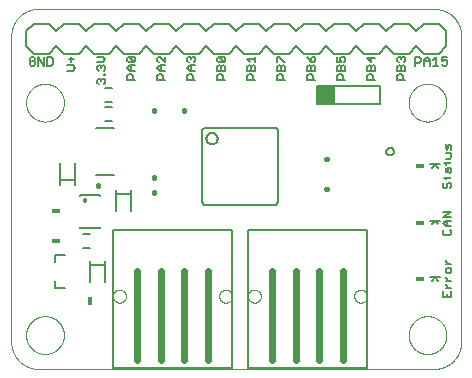
<source format=gto>
G75*
%MOIN*%
%OFA0B0*%
%FSLAX25Y25*%
%IPPOS*%
%LPD*%
%AMOC8*
5,1,8,0,0,1.08239X$1,22.5*
%
%ADD10C,0.00000*%
%ADD11C,0.00500*%
%ADD12C,0.01600*%
%ADD13C,0.00600*%
%ADD14C,0.00800*%
%ADD15R,0.02800X0.01600*%
%ADD16C,0.01200*%
%ADD17R,0.01600X0.02800*%
%ADD18C,0.02400*%
%ADD19C,0.00700*%
%ADD20R,0.06000X0.06000*%
D10*
X0014550Y0005550D02*
X0146550Y0005550D01*
X0146767Y0005553D01*
X0146985Y0005561D01*
X0147202Y0005574D01*
X0147419Y0005592D01*
X0147635Y0005616D01*
X0147850Y0005644D01*
X0148065Y0005678D01*
X0148279Y0005718D01*
X0148492Y0005762D01*
X0148704Y0005812D01*
X0148914Y0005866D01*
X0149124Y0005926D01*
X0149331Y0005990D01*
X0149537Y0006060D01*
X0149741Y0006135D01*
X0149944Y0006214D01*
X0150144Y0006299D01*
X0150343Y0006388D01*
X0150539Y0006482D01*
X0150733Y0006581D01*
X0150924Y0006684D01*
X0151113Y0006792D01*
X0151299Y0006905D01*
X0151482Y0007022D01*
X0151663Y0007143D01*
X0151840Y0007269D01*
X0152014Y0007399D01*
X0152186Y0007533D01*
X0152354Y0007671D01*
X0152518Y0007813D01*
X0152679Y0007960D01*
X0152837Y0008110D01*
X0152990Y0008263D01*
X0153140Y0008421D01*
X0153287Y0008582D01*
X0153429Y0008746D01*
X0153567Y0008914D01*
X0153701Y0009086D01*
X0153831Y0009260D01*
X0153957Y0009437D01*
X0154078Y0009618D01*
X0154195Y0009801D01*
X0154308Y0009987D01*
X0154416Y0010176D01*
X0154519Y0010367D01*
X0154618Y0010561D01*
X0154712Y0010757D01*
X0154801Y0010956D01*
X0154886Y0011156D01*
X0154965Y0011359D01*
X0155040Y0011563D01*
X0155110Y0011769D01*
X0155174Y0011976D01*
X0155234Y0012186D01*
X0155288Y0012396D01*
X0155338Y0012608D01*
X0155382Y0012821D01*
X0155422Y0013035D01*
X0155456Y0013250D01*
X0155484Y0013465D01*
X0155508Y0013681D01*
X0155526Y0013898D01*
X0155539Y0014115D01*
X0155547Y0014333D01*
X0155550Y0014550D01*
X0155550Y0116550D01*
X0155547Y0116767D01*
X0155539Y0116985D01*
X0155526Y0117202D01*
X0155508Y0117419D01*
X0155484Y0117635D01*
X0155456Y0117850D01*
X0155422Y0118065D01*
X0155382Y0118279D01*
X0155338Y0118492D01*
X0155288Y0118704D01*
X0155234Y0118914D01*
X0155174Y0119124D01*
X0155110Y0119331D01*
X0155040Y0119537D01*
X0154965Y0119741D01*
X0154886Y0119944D01*
X0154801Y0120144D01*
X0154712Y0120343D01*
X0154618Y0120539D01*
X0154519Y0120733D01*
X0154416Y0120924D01*
X0154308Y0121113D01*
X0154195Y0121299D01*
X0154078Y0121482D01*
X0153957Y0121663D01*
X0153831Y0121840D01*
X0153701Y0122014D01*
X0153567Y0122186D01*
X0153429Y0122354D01*
X0153287Y0122518D01*
X0153140Y0122679D01*
X0152990Y0122837D01*
X0152837Y0122990D01*
X0152679Y0123140D01*
X0152518Y0123287D01*
X0152354Y0123429D01*
X0152186Y0123567D01*
X0152014Y0123701D01*
X0151840Y0123831D01*
X0151663Y0123957D01*
X0151482Y0124078D01*
X0151299Y0124195D01*
X0151113Y0124308D01*
X0150924Y0124416D01*
X0150733Y0124519D01*
X0150539Y0124618D01*
X0150343Y0124712D01*
X0150144Y0124801D01*
X0149944Y0124886D01*
X0149741Y0124965D01*
X0149537Y0125040D01*
X0149331Y0125110D01*
X0149124Y0125174D01*
X0148914Y0125234D01*
X0148704Y0125288D01*
X0148492Y0125338D01*
X0148279Y0125382D01*
X0148065Y0125422D01*
X0147850Y0125456D01*
X0147635Y0125484D01*
X0147419Y0125508D01*
X0147202Y0125526D01*
X0146985Y0125539D01*
X0146767Y0125547D01*
X0146550Y0125550D01*
X0014550Y0125550D01*
X0014333Y0125547D01*
X0014115Y0125539D01*
X0013898Y0125526D01*
X0013681Y0125508D01*
X0013465Y0125484D01*
X0013250Y0125456D01*
X0013035Y0125422D01*
X0012821Y0125382D01*
X0012608Y0125338D01*
X0012396Y0125288D01*
X0012186Y0125234D01*
X0011976Y0125174D01*
X0011769Y0125110D01*
X0011563Y0125040D01*
X0011359Y0124965D01*
X0011156Y0124886D01*
X0010956Y0124801D01*
X0010757Y0124712D01*
X0010561Y0124618D01*
X0010367Y0124519D01*
X0010176Y0124416D01*
X0009987Y0124308D01*
X0009801Y0124195D01*
X0009618Y0124078D01*
X0009437Y0123957D01*
X0009260Y0123831D01*
X0009086Y0123701D01*
X0008914Y0123567D01*
X0008746Y0123429D01*
X0008582Y0123287D01*
X0008421Y0123140D01*
X0008263Y0122990D01*
X0008110Y0122837D01*
X0007960Y0122679D01*
X0007813Y0122518D01*
X0007671Y0122354D01*
X0007533Y0122186D01*
X0007399Y0122014D01*
X0007269Y0121840D01*
X0007143Y0121663D01*
X0007022Y0121482D01*
X0006905Y0121299D01*
X0006792Y0121113D01*
X0006684Y0120924D01*
X0006581Y0120733D01*
X0006482Y0120539D01*
X0006388Y0120343D01*
X0006299Y0120144D01*
X0006214Y0119944D01*
X0006135Y0119741D01*
X0006060Y0119537D01*
X0005990Y0119331D01*
X0005926Y0119124D01*
X0005866Y0118914D01*
X0005812Y0118704D01*
X0005762Y0118492D01*
X0005718Y0118279D01*
X0005678Y0118065D01*
X0005644Y0117850D01*
X0005616Y0117635D01*
X0005592Y0117419D01*
X0005574Y0117202D01*
X0005561Y0116985D01*
X0005553Y0116767D01*
X0005550Y0116550D01*
X0005550Y0014550D01*
X0005553Y0014333D01*
X0005561Y0014115D01*
X0005574Y0013898D01*
X0005592Y0013681D01*
X0005616Y0013465D01*
X0005644Y0013250D01*
X0005678Y0013035D01*
X0005718Y0012821D01*
X0005762Y0012608D01*
X0005812Y0012396D01*
X0005866Y0012186D01*
X0005926Y0011976D01*
X0005990Y0011769D01*
X0006060Y0011563D01*
X0006135Y0011359D01*
X0006214Y0011156D01*
X0006299Y0010956D01*
X0006388Y0010757D01*
X0006482Y0010561D01*
X0006581Y0010367D01*
X0006684Y0010176D01*
X0006792Y0009987D01*
X0006905Y0009801D01*
X0007022Y0009618D01*
X0007143Y0009437D01*
X0007269Y0009260D01*
X0007399Y0009086D01*
X0007533Y0008914D01*
X0007671Y0008746D01*
X0007813Y0008582D01*
X0007960Y0008421D01*
X0008110Y0008263D01*
X0008263Y0008110D01*
X0008421Y0007960D01*
X0008582Y0007813D01*
X0008746Y0007671D01*
X0008914Y0007533D01*
X0009086Y0007399D01*
X0009260Y0007269D01*
X0009437Y0007143D01*
X0009618Y0007022D01*
X0009801Y0006905D01*
X0009987Y0006792D01*
X0010176Y0006684D01*
X0010367Y0006581D01*
X0010561Y0006482D01*
X0010757Y0006388D01*
X0010956Y0006299D01*
X0011156Y0006214D01*
X0011359Y0006135D01*
X0011563Y0006060D01*
X0011769Y0005990D01*
X0011976Y0005926D01*
X0012186Y0005866D01*
X0012396Y0005812D01*
X0012608Y0005762D01*
X0012821Y0005718D01*
X0013035Y0005678D01*
X0013250Y0005644D01*
X0013465Y0005616D01*
X0013681Y0005592D01*
X0013898Y0005574D01*
X0014115Y0005561D01*
X0014333Y0005553D01*
X0014550Y0005550D01*
X0010501Y0016800D02*
X0010503Y0016958D01*
X0010509Y0017116D01*
X0010519Y0017274D01*
X0010533Y0017432D01*
X0010551Y0017589D01*
X0010572Y0017746D01*
X0010598Y0017902D01*
X0010628Y0018058D01*
X0010661Y0018213D01*
X0010699Y0018366D01*
X0010740Y0018519D01*
X0010785Y0018671D01*
X0010834Y0018822D01*
X0010887Y0018971D01*
X0010943Y0019119D01*
X0011003Y0019265D01*
X0011067Y0019410D01*
X0011135Y0019553D01*
X0011206Y0019695D01*
X0011280Y0019835D01*
X0011358Y0019972D01*
X0011440Y0020108D01*
X0011524Y0020242D01*
X0011613Y0020373D01*
X0011704Y0020502D01*
X0011799Y0020629D01*
X0011896Y0020754D01*
X0011997Y0020876D01*
X0012101Y0020995D01*
X0012208Y0021112D01*
X0012318Y0021226D01*
X0012431Y0021337D01*
X0012546Y0021446D01*
X0012664Y0021551D01*
X0012785Y0021653D01*
X0012908Y0021753D01*
X0013034Y0021849D01*
X0013162Y0021942D01*
X0013292Y0022032D01*
X0013425Y0022118D01*
X0013560Y0022202D01*
X0013696Y0022281D01*
X0013835Y0022358D01*
X0013976Y0022430D01*
X0014118Y0022500D01*
X0014262Y0022565D01*
X0014408Y0022627D01*
X0014555Y0022685D01*
X0014704Y0022740D01*
X0014854Y0022791D01*
X0015005Y0022838D01*
X0015157Y0022881D01*
X0015310Y0022920D01*
X0015465Y0022956D01*
X0015620Y0022987D01*
X0015776Y0023015D01*
X0015932Y0023039D01*
X0016089Y0023059D01*
X0016247Y0023075D01*
X0016404Y0023087D01*
X0016563Y0023095D01*
X0016721Y0023099D01*
X0016879Y0023099D01*
X0017037Y0023095D01*
X0017196Y0023087D01*
X0017353Y0023075D01*
X0017511Y0023059D01*
X0017668Y0023039D01*
X0017824Y0023015D01*
X0017980Y0022987D01*
X0018135Y0022956D01*
X0018290Y0022920D01*
X0018443Y0022881D01*
X0018595Y0022838D01*
X0018746Y0022791D01*
X0018896Y0022740D01*
X0019045Y0022685D01*
X0019192Y0022627D01*
X0019338Y0022565D01*
X0019482Y0022500D01*
X0019624Y0022430D01*
X0019765Y0022358D01*
X0019904Y0022281D01*
X0020040Y0022202D01*
X0020175Y0022118D01*
X0020308Y0022032D01*
X0020438Y0021942D01*
X0020566Y0021849D01*
X0020692Y0021753D01*
X0020815Y0021653D01*
X0020936Y0021551D01*
X0021054Y0021446D01*
X0021169Y0021337D01*
X0021282Y0021226D01*
X0021392Y0021112D01*
X0021499Y0020995D01*
X0021603Y0020876D01*
X0021704Y0020754D01*
X0021801Y0020629D01*
X0021896Y0020502D01*
X0021987Y0020373D01*
X0022076Y0020242D01*
X0022160Y0020108D01*
X0022242Y0019972D01*
X0022320Y0019835D01*
X0022394Y0019695D01*
X0022465Y0019553D01*
X0022533Y0019410D01*
X0022597Y0019265D01*
X0022657Y0019119D01*
X0022713Y0018971D01*
X0022766Y0018822D01*
X0022815Y0018671D01*
X0022860Y0018519D01*
X0022901Y0018366D01*
X0022939Y0018213D01*
X0022972Y0018058D01*
X0023002Y0017902D01*
X0023028Y0017746D01*
X0023049Y0017589D01*
X0023067Y0017432D01*
X0023081Y0017274D01*
X0023091Y0017116D01*
X0023097Y0016958D01*
X0023099Y0016800D01*
X0023097Y0016642D01*
X0023091Y0016484D01*
X0023081Y0016326D01*
X0023067Y0016168D01*
X0023049Y0016011D01*
X0023028Y0015854D01*
X0023002Y0015698D01*
X0022972Y0015542D01*
X0022939Y0015387D01*
X0022901Y0015234D01*
X0022860Y0015081D01*
X0022815Y0014929D01*
X0022766Y0014778D01*
X0022713Y0014629D01*
X0022657Y0014481D01*
X0022597Y0014335D01*
X0022533Y0014190D01*
X0022465Y0014047D01*
X0022394Y0013905D01*
X0022320Y0013765D01*
X0022242Y0013628D01*
X0022160Y0013492D01*
X0022076Y0013358D01*
X0021987Y0013227D01*
X0021896Y0013098D01*
X0021801Y0012971D01*
X0021704Y0012846D01*
X0021603Y0012724D01*
X0021499Y0012605D01*
X0021392Y0012488D01*
X0021282Y0012374D01*
X0021169Y0012263D01*
X0021054Y0012154D01*
X0020936Y0012049D01*
X0020815Y0011947D01*
X0020692Y0011847D01*
X0020566Y0011751D01*
X0020438Y0011658D01*
X0020308Y0011568D01*
X0020175Y0011482D01*
X0020040Y0011398D01*
X0019904Y0011319D01*
X0019765Y0011242D01*
X0019624Y0011170D01*
X0019482Y0011100D01*
X0019338Y0011035D01*
X0019192Y0010973D01*
X0019045Y0010915D01*
X0018896Y0010860D01*
X0018746Y0010809D01*
X0018595Y0010762D01*
X0018443Y0010719D01*
X0018290Y0010680D01*
X0018135Y0010644D01*
X0017980Y0010613D01*
X0017824Y0010585D01*
X0017668Y0010561D01*
X0017511Y0010541D01*
X0017353Y0010525D01*
X0017196Y0010513D01*
X0017037Y0010505D01*
X0016879Y0010501D01*
X0016721Y0010501D01*
X0016563Y0010505D01*
X0016404Y0010513D01*
X0016247Y0010525D01*
X0016089Y0010541D01*
X0015932Y0010561D01*
X0015776Y0010585D01*
X0015620Y0010613D01*
X0015465Y0010644D01*
X0015310Y0010680D01*
X0015157Y0010719D01*
X0015005Y0010762D01*
X0014854Y0010809D01*
X0014704Y0010860D01*
X0014555Y0010915D01*
X0014408Y0010973D01*
X0014262Y0011035D01*
X0014118Y0011100D01*
X0013976Y0011170D01*
X0013835Y0011242D01*
X0013696Y0011319D01*
X0013560Y0011398D01*
X0013425Y0011482D01*
X0013292Y0011568D01*
X0013162Y0011658D01*
X0013034Y0011751D01*
X0012908Y0011847D01*
X0012785Y0011947D01*
X0012664Y0012049D01*
X0012546Y0012154D01*
X0012431Y0012263D01*
X0012318Y0012374D01*
X0012208Y0012488D01*
X0012101Y0012605D01*
X0011997Y0012724D01*
X0011896Y0012846D01*
X0011799Y0012971D01*
X0011704Y0013098D01*
X0011613Y0013227D01*
X0011524Y0013358D01*
X0011440Y0013492D01*
X0011358Y0013628D01*
X0011280Y0013765D01*
X0011206Y0013905D01*
X0011135Y0014047D01*
X0011067Y0014190D01*
X0011003Y0014335D01*
X0010943Y0014481D01*
X0010887Y0014629D01*
X0010834Y0014778D01*
X0010785Y0014929D01*
X0010740Y0015081D01*
X0010699Y0015234D01*
X0010661Y0015387D01*
X0010628Y0015542D01*
X0010598Y0015698D01*
X0010572Y0015854D01*
X0010551Y0016011D01*
X0010533Y0016168D01*
X0010519Y0016326D01*
X0010509Y0016484D01*
X0010503Y0016642D01*
X0010501Y0016800D01*
X0039418Y0029782D02*
X0039420Y0029875D01*
X0039426Y0029967D01*
X0039436Y0030059D01*
X0039450Y0030150D01*
X0039467Y0030241D01*
X0039489Y0030331D01*
X0039514Y0030420D01*
X0039543Y0030508D01*
X0039576Y0030594D01*
X0039613Y0030679D01*
X0039653Y0030763D01*
X0039697Y0030844D01*
X0039744Y0030924D01*
X0039794Y0031002D01*
X0039848Y0031077D01*
X0039905Y0031150D01*
X0039965Y0031220D01*
X0040028Y0031288D01*
X0040094Y0031353D01*
X0040162Y0031415D01*
X0040233Y0031475D01*
X0040307Y0031531D01*
X0040383Y0031584D01*
X0040461Y0031633D01*
X0040541Y0031680D01*
X0040623Y0031722D01*
X0040707Y0031762D01*
X0040792Y0031797D01*
X0040879Y0031829D01*
X0040967Y0031858D01*
X0041056Y0031882D01*
X0041146Y0031903D01*
X0041237Y0031919D01*
X0041329Y0031932D01*
X0041421Y0031941D01*
X0041514Y0031946D01*
X0041606Y0031947D01*
X0041699Y0031944D01*
X0041791Y0031937D01*
X0041883Y0031926D01*
X0041974Y0031911D01*
X0042065Y0031893D01*
X0042155Y0031870D01*
X0042243Y0031844D01*
X0042331Y0031814D01*
X0042417Y0031780D01*
X0042501Y0031743D01*
X0042584Y0031701D01*
X0042665Y0031657D01*
X0042745Y0031609D01*
X0042822Y0031558D01*
X0042896Y0031503D01*
X0042969Y0031445D01*
X0043039Y0031385D01*
X0043106Y0031321D01*
X0043170Y0031255D01*
X0043232Y0031185D01*
X0043290Y0031114D01*
X0043345Y0031040D01*
X0043397Y0030963D01*
X0043446Y0030884D01*
X0043492Y0030804D01*
X0043534Y0030721D01*
X0043572Y0030637D01*
X0043607Y0030551D01*
X0043638Y0030464D01*
X0043665Y0030376D01*
X0043688Y0030286D01*
X0043708Y0030196D01*
X0043724Y0030105D01*
X0043736Y0030013D01*
X0043744Y0029921D01*
X0043748Y0029828D01*
X0043748Y0029736D01*
X0043744Y0029643D01*
X0043736Y0029551D01*
X0043724Y0029459D01*
X0043708Y0029368D01*
X0043688Y0029278D01*
X0043665Y0029188D01*
X0043638Y0029100D01*
X0043607Y0029013D01*
X0043572Y0028927D01*
X0043534Y0028843D01*
X0043492Y0028760D01*
X0043446Y0028680D01*
X0043397Y0028601D01*
X0043345Y0028524D01*
X0043290Y0028450D01*
X0043232Y0028379D01*
X0043170Y0028309D01*
X0043106Y0028243D01*
X0043039Y0028179D01*
X0042969Y0028119D01*
X0042896Y0028061D01*
X0042822Y0028006D01*
X0042745Y0027955D01*
X0042666Y0027907D01*
X0042584Y0027863D01*
X0042501Y0027821D01*
X0042417Y0027784D01*
X0042331Y0027750D01*
X0042243Y0027720D01*
X0042155Y0027694D01*
X0042065Y0027671D01*
X0041974Y0027653D01*
X0041883Y0027638D01*
X0041791Y0027627D01*
X0041699Y0027620D01*
X0041606Y0027617D01*
X0041514Y0027618D01*
X0041421Y0027623D01*
X0041329Y0027632D01*
X0041237Y0027645D01*
X0041146Y0027661D01*
X0041056Y0027682D01*
X0040967Y0027706D01*
X0040879Y0027735D01*
X0040792Y0027767D01*
X0040707Y0027802D01*
X0040623Y0027842D01*
X0040541Y0027884D01*
X0040461Y0027931D01*
X0040383Y0027980D01*
X0040307Y0028033D01*
X0040233Y0028089D01*
X0040162Y0028149D01*
X0040094Y0028211D01*
X0040028Y0028276D01*
X0039965Y0028344D01*
X0039905Y0028414D01*
X0039848Y0028487D01*
X0039794Y0028562D01*
X0039744Y0028640D01*
X0039697Y0028720D01*
X0039653Y0028801D01*
X0039613Y0028885D01*
X0039576Y0028970D01*
X0039543Y0029056D01*
X0039514Y0029144D01*
X0039489Y0029233D01*
X0039467Y0029323D01*
X0039450Y0029414D01*
X0039436Y0029505D01*
X0039426Y0029597D01*
X0039420Y0029689D01*
X0039418Y0029782D01*
X0074852Y0029782D02*
X0074854Y0029875D01*
X0074860Y0029967D01*
X0074870Y0030059D01*
X0074884Y0030150D01*
X0074901Y0030241D01*
X0074923Y0030331D01*
X0074948Y0030420D01*
X0074977Y0030508D01*
X0075010Y0030594D01*
X0075047Y0030679D01*
X0075087Y0030763D01*
X0075131Y0030844D01*
X0075178Y0030924D01*
X0075228Y0031002D01*
X0075282Y0031077D01*
X0075339Y0031150D01*
X0075399Y0031220D01*
X0075462Y0031288D01*
X0075528Y0031353D01*
X0075596Y0031415D01*
X0075667Y0031475D01*
X0075741Y0031531D01*
X0075817Y0031584D01*
X0075895Y0031633D01*
X0075975Y0031680D01*
X0076057Y0031722D01*
X0076141Y0031762D01*
X0076226Y0031797D01*
X0076313Y0031829D01*
X0076401Y0031858D01*
X0076490Y0031882D01*
X0076580Y0031903D01*
X0076671Y0031919D01*
X0076763Y0031932D01*
X0076855Y0031941D01*
X0076948Y0031946D01*
X0077040Y0031947D01*
X0077133Y0031944D01*
X0077225Y0031937D01*
X0077317Y0031926D01*
X0077408Y0031911D01*
X0077499Y0031893D01*
X0077589Y0031870D01*
X0077677Y0031844D01*
X0077765Y0031814D01*
X0077851Y0031780D01*
X0077935Y0031743D01*
X0078018Y0031701D01*
X0078099Y0031657D01*
X0078179Y0031609D01*
X0078256Y0031558D01*
X0078330Y0031503D01*
X0078403Y0031445D01*
X0078473Y0031385D01*
X0078540Y0031321D01*
X0078604Y0031255D01*
X0078666Y0031185D01*
X0078724Y0031114D01*
X0078779Y0031040D01*
X0078831Y0030963D01*
X0078880Y0030884D01*
X0078926Y0030804D01*
X0078968Y0030721D01*
X0079006Y0030637D01*
X0079041Y0030551D01*
X0079072Y0030464D01*
X0079099Y0030376D01*
X0079122Y0030286D01*
X0079142Y0030196D01*
X0079158Y0030105D01*
X0079170Y0030013D01*
X0079178Y0029921D01*
X0079182Y0029828D01*
X0079182Y0029736D01*
X0079178Y0029643D01*
X0079170Y0029551D01*
X0079158Y0029459D01*
X0079142Y0029368D01*
X0079122Y0029278D01*
X0079099Y0029188D01*
X0079072Y0029100D01*
X0079041Y0029013D01*
X0079006Y0028927D01*
X0078968Y0028843D01*
X0078926Y0028760D01*
X0078880Y0028680D01*
X0078831Y0028601D01*
X0078779Y0028524D01*
X0078724Y0028450D01*
X0078666Y0028379D01*
X0078604Y0028309D01*
X0078540Y0028243D01*
X0078473Y0028179D01*
X0078403Y0028119D01*
X0078330Y0028061D01*
X0078256Y0028006D01*
X0078179Y0027955D01*
X0078100Y0027907D01*
X0078018Y0027863D01*
X0077935Y0027821D01*
X0077851Y0027784D01*
X0077765Y0027750D01*
X0077677Y0027720D01*
X0077589Y0027694D01*
X0077499Y0027671D01*
X0077408Y0027653D01*
X0077317Y0027638D01*
X0077225Y0027627D01*
X0077133Y0027620D01*
X0077040Y0027617D01*
X0076948Y0027618D01*
X0076855Y0027623D01*
X0076763Y0027632D01*
X0076671Y0027645D01*
X0076580Y0027661D01*
X0076490Y0027682D01*
X0076401Y0027706D01*
X0076313Y0027735D01*
X0076226Y0027767D01*
X0076141Y0027802D01*
X0076057Y0027842D01*
X0075975Y0027884D01*
X0075895Y0027931D01*
X0075817Y0027980D01*
X0075741Y0028033D01*
X0075667Y0028089D01*
X0075596Y0028149D01*
X0075528Y0028211D01*
X0075462Y0028276D01*
X0075399Y0028344D01*
X0075339Y0028414D01*
X0075282Y0028487D01*
X0075228Y0028562D01*
X0075178Y0028640D01*
X0075131Y0028720D01*
X0075087Y0028801D01*
X0075047Y0028885D01*
X0075010Y0028970D01*
X0074977Y0029056D01*
X0074948Y0029144D01*
X0074923Y0029233D01*
X0074901Y0029323D01*
X0074884Y0029414D01*
X0074870Y0029505D01*
X0074860Y0029597D01*
X0074854Y0029689D01*
X0074852Y0029782D01*
X0084418Y0029782D02*
X0084420Y0029875D01*
X0084426Y0029967D01*
X0084436Y0030059D01*
X0084450Y0030150D01*
X0084467Y0030241D01*
X0084489Y0030331D01*
X0084514Y0030420D01*
X0084543Y0030508D01*
X0084576Y0030594D01*
X0084613Y0030679D01*
X0084653Y0030763D01*
X0084697Y0030844D01*
X0084744Y0030924D01*
X0084794Y0031002D01*
X0084848Y0031077D01*
X0084905Y0031150D01*
X0084965Y0031220D01*
X0085028Y0031288D01*
X0085094Y0031353D01*
X0085162Y0031415D01*
X0085233Y0031475D01*
X0085307Y0031531D01*
X0085383Y0031584D01*
X0085461Y0031633D01*
X0085541Y0031680D01*
X0085623Y0031722D01*
X0085707Y0031762D01*
X0085792Y0031797D01*
X0085879Y0031829D01*
X0085967Y0031858D01*
X0086056Y0031882D01*
X0086146Y0031903D01*
X0086237Y0031919D01*
X0086329Y0031932D01*
X0086421Y0031941D01*
X0086514Y0031946D01*
X0086606Y0031947D01*
X0086699Y0031944D01*
X0086791Y0031937D01*
X0086883Y0031926D01*
X0086974Y0031911D01*
X0087065Y0031893D01*
X0087155Y0031870D01*
X0087243Y0031844D01*
X0087331Y0031814D01*
X0087417Y0031780D01*
X0087501Y0031743D01*
X0087584Y0031701D01*
X0087665Y0031657D01*
X0087745Y0031609D01*
X0087822Y0031558D01*
X0087896Y0031503D01*
X0087969Y0031445D01*
X0088039Y0031385D01*
X0088106Y0031321D01*
X0088170Y0031255D01*
X0088232Y0031185D01*
X0088290Y0031114D01*
X0088345Y0031040D01*
X0088397Y0030963D01*
X0088446Y0030884D01*
X0088492Y0030804D01*
X0088534Y0030721D01*
X0088572Y0030637D01*
X0088607Y0030551D01*
X0088638Y0030464D01*
X0088665Y0030376D01*
X0088688Y0030286D01*
X0088708Y0030196D01*
X0088724Y0030105D01*
X0088736Y0030013D01*
X0088744Y0029921D01*
X0088748Y0029828D01*
X0088748Y0029736D01*
X0088744Y0029643D01*
X0088736Y0029551D01*
X0088724Y0029459D01*
X0088708Y0029368D01*
X0088688Y0029278D01*
X0088665Y0029188D01*
X0088638Y0029100D01*
X0088607Y0029013D01*
X0088572Y0028927D01*
X0088534Y0028843D01*
X0088492Y0028760D01*
X0088446Y0028680D01*
X0088397Y0028601D01*
X0088345Y0028524D01*
X0088290Y0028450D01*
X0088232Y0028379D01*
X0088170Y0028309D01*
X0088106Y0028243D01*
X0088039Y0028179D01*
X0087969Y0028119D01*
X0087896Y0028061D01*
X0087822Y0028006D01*
X0087745Y0027955D01*
X0087666Y0027907D01*
X0087584Y0027863D01*
X0087501Y0027821D01*
X0087417Y0027784D01*
X0087331Y0027750D01*
X0087243Y0027720D01*
X0087155Y0027694D01*
X0087065Y0027671D01*
X0086974Y0027653D01*
X0086883Y0027638D01*
X0086791Y0027627D01*
X0086699Y0027620D01*
X0086606Y0027617D01*
X0086514Y0027618D01*
X0086421Y0027623D01*
X0086329Y0027632D01*
X0086237Y0027645D01*
X0086146Y0027661D01*
X0086056Y0027682D01*
X0085967Y0027706D01*
X0085879Y0027735D01*
X0085792Y0027767D01*
X0085707Y0027802D01*
X0085623Y0027842D01*
X0085541Y0027884D01*
X0085461Y0027931D01*
X0085383Y0027980D01*
X0085307Y0028033D01*
X0085233Y0028089D01*
X0085162Y0028149D01*
X0085094Y0028211D01*
X0085028Y0028276D01*
X0084965Y0028344D01*
X0084905Y0028414D01*
X0084848Y0028487D01*
X0084794Y0028562D01*
X0084744Y0028640D01*
X0084697Y0028720D01*
X0084653Y0028801D01*
X0084613Y0028885D01*
X0084576Y0028970D01*
X0084543Y0029056D01*
X0084514Y0029144D01*
X0084489Y0029233D01*
X0084467Y0029323D01*
X0084450Y0029414D01*
X0084436Y0029505D01*
X0084426Y0029597D01*
X0084420Y0029689D01*
X0084418Y0029782D01*
X0119852Y0029782D02*
X0119854Y0029875D01*
X0119860Y0029967D01*
X0119870Y0030059D01*
X0119884Y0030150D01*
X0119901Y0030241D01*
X0119923Y0030331D01*
X0119948Y0030420D01*
X0119977Y0030508D01*
X0120010Y0030594D01*
X0120047Y0030679D01*
X0120087Y0030763D01*
X0120131Y0030844D01*
X0120178Y0030924D01*
X0120228Y0031002D01*
X0120282Y0031077D01*
X0120339Y0031150D01*
X0120399Y0031220D01*
X0120462Y0031288D01*
X0120528Y0031353D01*
X0120596Y0031415D01*
X0120667Y0031475D01*
X0120741Y0031531D01*
X0120817Y0031584D01*
X0120895Y0031633D01*
X0120975Y0031680D01*
X0121057Y0031722D01*
X0121141Y0031762D01*
X0121226Y0031797D01*
X0121313Y0031829D01*
X0121401Y0031858D01*
X0121490Y0031882D01*
X0121580Y0031903D01*
X0121671Y0031919D01*
X0121763Y0031932D01*
X0121855Y0031941D01*
X0121948Y0031946D01*
X0122040Y0031947D01*
X0122133Y0031944D01*
X0122225Y0031937D01*
X0122317Y0031926D01*
X0122408Y0031911D01*
X0122499Y0031893D01*
X0122589Y0031870D01*
X0122677Y0031844D01*
X0122765Y0031814D01*
X0122851Y0031780D01*
X0122935Y0031743D01*
X0123018Y0031701D01*
X0123099Y0031657D01*
X0123179Y0031609D01*
X0123256Y0031558D01*
X0123330Y0031503D01*
X0123403Y0031445D01*
X0123473Y0031385D01*
X0123540Y0031321D01*
X0123604Y0031255D01*
X0123666Y0031185D01*
X0123724Y0031114D01*
X0123779Y0031040D01*
X0123831Y0030963D01*
X0123880Y0030884D01*
X0123926Y0030804D01*
X0123968Y0030721D01*
X0124006Y0030637D01*
X0124041Y0030551D01*
X0124072Y0030464D01*
X0124099Y0030376D01*
X0124122Y0030286D01*
X0124142Y0030196D01*
X0124158Y0030105D01*
X0124170Y0030013D01*
X0124178Y0029921D01*
X0124182Y0029828D01*
X0124182Y0029736D01*
X0124178Y0029643D01*
X0124170Y0029551D01*
X0124158Y0029459D01*
X0124142Y0029368D01*
X0124122Y0029278D01*
X0124099Y0029188D01*
X0124072Y0029100D01*
X0124041Y0029013D01*
X0124006Y0028927D01*
X0123968Y0028843D01*
X0123926Y0028760D01*
X0123880Y0028680D01*
X0123831Y0028601D01*
X0123779Y0028524D01*
X0123724Y0028450D01*
X0123666Y0028379D01*
X0123604Y0028309D01*
X0123540Y0028243D01*
X0123473Y0028179D01*
X0123403Y0028119D01*
X0123330Y0028061D01*
X0123256Y0028006D01*
X0123179Y0027955D01*
X0123100Y0027907D01*
X0123018Y0027863D01*
X0122935Y0027821D01*
X0122851Y0027784D01*
X0122765Y0027750D01*
X0122677Y0027720D01*
X0122589Y0027694D01*
X0122499Y0027671D01*
X0122408Y0027653D01*
X0122317Y0027638D01*
X0122225Y0027627D01*
X0122133Y0027620D01*
X0122040Y0027617D01*
X0121948Y0027618D01*
X0121855Y0027623D01*
X0121763Y0027632D01*
X0121671Y0027645D01*
X0121580Y0027661D01*
X0121490Y0027682D01*
X0121401Y0027706D01*
X0121313Y0027735D01*
X0121226Y0027767D01*
X0121141Y0027802D01*
X0121057Y0027842D01*
X0120975Y0027884D01*
X0120895Y0027931D01*
X0120817Y0027980D01*
X0120741Y0028033D01*
X0120667Y0028089D01*
X0120596Y0028149D01*
X0120528Y0028211D01*
X0120462Y0028276D01*
X0120399Y0028344D01*
X0120339Y0028414D01*
X0120282Y0028487D01*
X0120228Y0028562D01*
X0120178Y0028640D01*
X0120131Y0028720D01*
X0120087Y0028801D01*
X0120047Y0028885D01*
X0120010Y0028970D01*
X0119977Y0029056D01*
X0119948Y0029144D01*
X0119923Y0029233D01*
X0119901Y0029323D01*
X0119884Y0029414D01*
X0119870Y0029505D01*
X0119860Y0029597D01*
X0119854Y0029689D01*
X0119852Y0029782D01*
X0138001Y0016800D02*
X0138003Y0016958D01*
X0138009Y0017116D01*
X0138019Y0017274D01*
X0138033Y0017432D01*
X0138051Y0017589D01*
X0138072Y0017746D01*
X0138098Y0017902D01*
X0138128Y0018058D01*
X0138161Y0018213D01*
X0138199Y0018366D01*
X0138240Y0018519D01*
X0138285Y0018671D01*
X0138334Y0018822D01*
X0138387Y0018971D01*
X0138443Y0019119D01*
X0138503Y0019265D01*
X0138567Y0019410D01*
X0138635Y0019553D01*
X0138706Y0019695D01*
X0138780Y0019835D01*
X0138858Y0019972D01*
X0138940Y0020108D01*
X0139024Y0020242D01*
X0139113Y0020373D01*
X0139204Y0020502D01*
X0139299Y0020629D01*
X0139396Y0020754D01*
X0139497Y0020876D01*
X0139601Y0020995D01*
X0139708Y0021112D01*
X0139818Y0021226D01*
X0139931Y0021337D01*
X0140046Y0021446D01*
X0140164Y0021551D01*
X0140285Y0021653D01*
X0140408Y0021753D01*
X0140534Y0021849D01*
X0140662Y0021942D01*
X0140792Y0022032D01*
X0140925Y0022118D01*
X0141060Y0022202D01*
X0141196Y0022281D01*
X0141335Y0022358D01*
X0141476Y0022430D01*
X0141618Y0022500D01*
X0141762Y0022565D01*
X0141908Y0022627D01*
X0142055Y0022685D01*
X0142204Y0022740D01*
X0142354Y0022791D01*
X0142505Y0022838D01*
X0142657Y0022881D01*
X0142810Y0022920D01*
X0142965Y0022956D01*
X0143120Y0022987D01*
X0143276Y0023015D01*
X0143432Y0023039D01*
X0143589Y0023059D01*
X0143747Y0023075D01*
X0143904Y0023087D01*
X0144063Y0023095D01*
X0144221Y0023099D01*
X0144379Y0023099D01*
X0144537Y0023095D01*
X0144696Y0023087D01*
X0144853Y0023075D01*
X0145011Y0023059D01*
X0145168Y0023039D01*
X0145324Y0023015D01*
X0145480Y0022987D01*
X0145635Y0022956D01*
X0145790Y0022920D01*
X0145943Y0022881D01*
X0146095Y0022838D01*
X0146246Y0022791D01*
X0146396Y0022740D01*
X0146545Y0022685D01*
X0146692Y0022627D01*
X0146838Y0022565D01*
X0146982Y0022500D01*
X0147124Y0022430D01*
X0147265Y0022358D01*
X0147404Y0022281D01*
X0147540Y0022202D01*
X0147675Y0022118D01*
X0147808Y0022032D01*
X0147938Y0021942D01*
X0148066Y0021849D01*
X0148192Y0021753D01*
X0148315Y0021653D01*
X0148436Y0021551D01*
X0148554Y0021446D01*
X0148669Y0021337D01*
X0148782Y0021226D01*
X0148892Y0021112D01*
X0148999Y0020995D01*
X0149103Y0020876D01*
X0149204Y0020754D01*
X0149301Y0020629D01*
X0149396Y0020502D01*
X0149487Y0020373D01*
X0149576Y0020242D01*
X0149660Y0020108D01*
X0149742Y0019972D01*
X0149820Y0019835D01*
X0149894Y0019695D01*
X0149965Y0019553D01*
X0150033Y0019410D01*
X0150097Y0019265D01*
X0150157Y0019119D01*
X0150213Y0018971D01*
X0150266Y0018822D01*
X0150315Y0018671D01*
X0150360Y0018519D01*
X0150401Y0018366D01*
X0150439Y0018213D01*
X0150472Y0018058D01*
X0150502Y0017902D01*
X0150528Y0017746D01*
X0150549Y0017589D01*
X0150567Y0017432D01*
X0150581Y0017274D01*
X0150591Y0017116D01*
X0150597Y0016958D01*
X0150599Y0016800D01*
X0150597Y0016642D01*
X0150591Y0016484D01*
X0150581Y0016326D01*
X0150567Y0016168D01*
X0150549Y0016011D01*
X0150528Y0015854D01*
X0150502Y0015698D01*
X0150472Y0015542D01*
X0150439Y0015387D01*
X0150401Y0015234D01*
X0150360Y0015081D01*
X0150315Y0014929D01*
X0150266Y0014778D01*
X0150213Y0014629D01*
X0150157Y0014481D01*
X0150097Y0014335D01*
X0150033Y0014190D01*
X0149965Y0014047D01*
X0149894Y0013905D01*
X0149820Y0013765D01*
X0149742Y0013628D01*
X0149660Y0013492D01*
X0149576Y0013358D01*
X0149487Y0013227D01*
X0149396Y0013098D01*
X0149301Y0012971D01*
X0149204Y0012846D01*
X0149103Y0012724D01*
X0148999Y0012605D01*
X0148892Y0012488D01*
X0148782Y0012374D01*
X0148669Y0012263D01*
X0148554Y0012154D01*
X0148436Y0012049D01*
X0148315Y0011947D01*
X0148192Y0011847D01*
X0148066Y0011751D01*
X0147938Y0011658D01*
X0147808Y0011568D01*
X0147675Y0011482D01*
X0147540Y0011398D01*
X0147404Y0011319D01*
X0147265Y0011242D01*
X0147124Y0011170D01*
X0146982Y0011100D01*
X0146838Y0011035D01*
X0146692Y0010973D01*
X0146545Y0010915D01*
X0146396Y0010860D01*
X0146246Y0010809D01*
X0146095Y0010762D01*
X0145943Y0010719D01*
X0145790Y0010680D01*
X0145635Y0010644D01*
X0145480Y0010613D01*
X0145324Y0010585D01*
X0145168Y0010561D01*
X0145011Y0010541D01*
X0144853Y0010525D01*
X0144696Y0010513D01*
X0144537Y0010505D01*
X0144379Y0010501D01*
X0144221Y0010501D01*
X0144063Y0010505D01*
X0143904Y0010513D01*
X0143747Y0010525D01*
X0143589Y0010541D01*
X0143432Y0010561D01*
X0143276Y0010585D01*
X0143120Y0010613D01*
X0142965Y0010644D01*
X0142810Y0010680D01*
X0142657Y0010719D01*
X0142505Y0010762D01*
X0142354Y0010809D01*
X0142204Y0010860D01*
X0142055Y0010915D01*
X0141908Y0010973D01*
X0141762Y0011035D01*
X0141618Y0011100D01*
X0141476Y0011170D01*
X0141335Y0011242D01*
X0141196Y0011319D01*
X0141060Y0011398D01*
X0140925Y0011482D01*
X0140792Y0011568D01*
X0140662Y0011658D01*
X0140534Y0011751D01*
X0140408Y0011847D01*
X0140285Y0011947D01*
X0140164Y0012049D01*
X0140046Y0012154D01*
X0139931Y0012263D01*
X0139818Y0012374D01*
X0139708Y0012488D01*
X0139601Y0012605D01*
X0139497Y0012724D01*
X0139396Y0012846D01*
X0139299Y0012971D01*
X0139204Y0013098D01*
X0139113Y0013227D01*
X0139024Y0013358D01*
X0138940Y0013492D01*
X0138858Y0013628D01*
X0138780Y0013765D01*
X0138706Y0013905D01*
X0138635Y0014047D01*
X0138567Y0014190D01*
X0138503Y0014335D01*
X0138443Y0014481D01*
X0138387Y0014629D01*
X0138334Y0014778D01*
X0138285Y0014929D01*
X0138240Y0015081D01*
X0138199Y0015234D01*
X0138161Y0015387D01*
X0138128Y0015542D01*
X0138098Y0015698D01*
X0138072Y0015854D01*
X0138051Y0016011D01*
X0138033Y0016168D01*
X0138019Y0016326D01*
X0138009Y0016484D01*
X0138003Y0016642D01*
X0138001Y0016800D01*
X0138001Y0094300D02*
X0138003Y0094458D01*
X0138009Y0094616D01*
X0138019Y0094774D01*
X0138033Y0094932D01*
X0138051Y0095089D01*
X0138072Y0095246D01*
X0138098Y0095402D01*
X0138128Y0095558D01*
X0138161Y0095713D01*
X0138199Y0095866D01*
X0138240Y0096019D01*
X0138285Y0096171D01*
X0138334Y0096322D01*
X0138387Y0096471D01*
X0138443Y0096619D01*
X0138503Y0096765D01*
X0138567Y0096910D01*
X0138635Y0097053D01*
X0138706Y0097195D01*
X0138780Y0097335D01*
X0138858Y0097472D01*
X0138940Y0097608D01*
X0139024Y0097742D01*
X0139113Y0097873D01*
X0139204Y0098002D01*
X0139299Y0098129D01*
X0139396Y0098254D01*
X0139497Y0098376D01*
X0139601Y0098495D01*
X0139708Y0098612D01*
X0139818Y0098726D01*
X0139931Y0098837D01*
X0140046Y0098946D01*
X0140164Y0099051D01*
X0140285Y0099153D01*
X0140408Y0099253D01*
X0140534Y0099349D01*
X0140662Y0099442D01*
X0140792Y0099532D01*
X0140925Y0099618D01*
X0141060Y0099702D01*
X0141196Y0099781D01*
X0141335Y0099858D01*
X0141476Y0099930D01*
X0141618Y0100000D01*
X0141762Y0100065D01*
X0141908Y0100127D01*
X0142055Y0100185D01*
X0142204Y0100240D01*
X0142354Y0100291D01*
X0142505Y0100338D01*
X0142657Y0100381D01*
X0142810Y0100420D01*
X0142965Y0100456D01*
X0143120Y0100487D01*
X0143276Y0100515D01*
X0143432Y0100539D01*
X0143589Y0100559D01*
X0143747Y0100575D01*
X0143904Y0100587D01*
X0144063Y0100595D01*
X0144221Y0100599D01*
X0144379Y0100599D01*
X0144537Y0100595D01*
X0144696Y0100587D01*
X0144853Y0100575D01*
X0145011Y0100559D01*
X0145168Y0100539D01*
X0145324Y0100515D01*
X0145480Y0100487D01*
X0145635Y0100456D01*
X0145790Y0100420D01*
X0145943Y0100381D01*
X0146095Y0100338D01*
X0146246Y0100291D01*
X0146396Y0100240D01*
X0146545Y0100185D01*
X0146692Y0100127D01*
X0146838Y0100065D01*
X0146982Y0100000D01*
X0147124Y0099930D01*
X0147265Y0099858D01*
X0147404Y0099781D01*
X0147540Y0099702D01*
X0147675Y0099618D01*
X0147808Y0099532D01*
X0147938Y0099442D01*
X0148066Y0099349D01*
X0148192Y0099253D01*
X0148315Y0099153D01*
X0148436Y0099051D01*
X0148554Y0098946D01*
X0148669Y0098837D01*
X0148782Y0098726D01*
X0148892Y0098612D01*
X0148999Y0098495D01*
X0149103Y0098376D01*
X0149204Y0098254D01*
X0149301Y0098129D01*
X0149396Y0098002D01*
X0149487Y0097873D01*
X0149576Y0097742D01*
X0149660Y0097608D01*
X0149742Y0097472D01*
X0149820Y0097335D01*
X0149894Y0097195D01*
X0149965Y0097053D01*
X0150033Y0096910D01*
X0150097Y0096765D01*
X0150157Y0096619D01*
X0150213Y0096471D01*
X0150266Y0096322D01*
X0150315Y0096171D01*
X0150360Y0096019D01*
X0150401Y0095866D01*
X0150439Y0095713D01*
X0150472Y0095558D01*
X0150502Y0095402D01*
X0150528Y0095246D01*
X0150549Y0095089D01*
X0150567Y0094932D01*
X0150581Y0094774D01*
X0150591Y0094616D01*
X0150597Y0094458D01*
X0150599Y0094300D01*
X0150597Y0094142D01*
X0150591Y0093984D01*
X0150581Y0093826D01*
X0150567Y0093668D01*
X0150549Y0093511D01*
X0150528Y0093354D01*
X0150502Y0093198D01*
X0150472Y0093042D01*
X0150439Y0092887D01*
X0150401Y0092734D01*
X0150360Y0092581D01*
X0150315Y0092429D01*
X0150266Y0092278D01*
X0150213Y0092129D01*
X0150157Y0091981D01*
X0150097Y0091835D01*
X0150033Y0091690D01*
X0149965Y0091547D01*
X0149894Y0091405D01*
X0149820Y0091265D01*
X0149742Y0091128D01*
X0149660Y0090992D01*
X0149576Y0090858D01*
X0149487Y0090727D01*
X0149396Y0090598D01*
X0149301Y0090471D01*
X0149204Y0090346D01*
X0149103Y0090224D01*
X0148999Y0090105D01*
X0148892Y0089988D01*
X0148782Y0089874D01*
X0148669Y0089763D01*
X0148554Y0089654D01*
X0148436Y0089549D01*
X0148315Y0089447D01*
X0148192Y0089347D01*
X0148066Y0089251D01*
X0147938Y0089158D01*
X0147808Y0089068D01*
X0147675Y0088982D01*
X0147540Y0088898D01*
X0147404Y0088819D01*
X0147265Y0088742D01*
X0147124Y0088670D01*
X0146982Y0088600D01*
X0146838Y0088535D01*
X0146692Y0088473D01*
X0146545Y0088415D01*
X0146396Y0088360D01*
X0146246Y0088309D01*
X0146095Y0088262D01*
X0145943Y0088219D01*
X0145790Y0088180D01*
X0145635Y0088144D01*
X0145480Y0088113D01*
X0145324Y0088085D01*
X0145168Y0088061D01*
X0145011Y0088041D01*
X0144853Y0088025D01*
X0144696Y0088013D01*
X0144537Y0088005D01*
X0144379Y0088001D01*
X0144221Y0088001D01*
X0144063Y0088005D01*
X0143904Y0088013D01*
X0143747Y0088025D01*
X0143589Y0088041D01*
X0143432Y0088061D01*
X0143276Y0088085D01*
X0143120Y0088113D01*
X0142965Y0088144D01*
X0142810Y0088180D01*
X0142657Y0088219D01*
X0142505Y0088262D01*
X0142354Y0088309D01*
X0142204Y0088360D01*
X0142055Y0088415D01*
X0141908Y0088473D01*
X0141762Y0088535D01*
X0141618Y0088600D01*
X0141476Y0088670D01*
X0141335Y0088742D01*
X0141196Y0088819D01*
X0141060Y0088898D01*
X0140925Y0088982D01*
X0140792Y0089068D01*
X0140662Y0089158D01*
X0140534Y0089251D01*
X0140408Y0089347D01*
X0140285Y0089447D01*
X0140164Y0089549D01*
X0140046Y0089654D01*
X0139931Y0089763D01*
X0139818Y0089874D01*
X0139708Y0089988D01*
X0139601Y0090105D01*
X0139497Y0090224D01*
X0139396Y0090346D01*
X0139299Y0090471D01*
X0139204Y0090598D01*
X0139113Y0090727D01*
X0139024Y0090858D01*
X0138940Y0090992D01*
X0138858Y0091128D01*
X0138780Y0091265D01*
X0138706Y0091405D01*
X0138635Y0091547D01*
X0138567Y0091690D01*
X0138503Y0091835D01*
X0138443Y0091981D01*
X0138387Y0092129D01*
X0138334Y0092278D01*
X0138285Y0092429D01*
X0138240Y0092581D01*
X0138199Y0092734D01*
X0138161Y0092887D01*
X0138128Y0093042D01*
X0138098Y0093198D01*
X0138072Y0093354D01*
X0138051Y0093511D01*
X0138033Y0093668D01*
X0138019Y0093826D01*
X0138009Y0093984D01*
X0138003Y0094142D01*
X0138001Y0094300D01*
X0010501Y0094300D02*
X0010503Y0094458D01*
X0010509Y0094616D01*
X0010519Y0094774D01*
X0010533Y0094932D01*
X0010551Y0095089D01*
X0010572Y0095246D01*
X0010598Y0095402D01*
X0010628Y0095558D01*
X0010661Y0095713D01*
X0010699Y0095866D01*
X0010740Y0096019D01*
X0010785Y0096171D01*
X0010834Y0096322D01*
X0010887Y0096471D01*
X0010943Y0096619D01*
X0011003Y0096765D01*
X0011067Y0096910D01*
X0011135Y0097053D01*
X0011206Y0097195D01*
X0011280Y0097335D01*
X0011358Y0097472D01*
X0011440Y0097608D01*
X0011524Y0097742D01*
X0011613Y0097873D01*
X0011704Y0098002D01*
X0011799Y0098129D01*
X0011896Y0098254D01*
X0011997Y0098376D01*
X0012101Y0098495D01*
X0012208Y0098612D01*
X0012318Y0098726D01*
X0012431Y0098837D01*
X0012546Y0098946D01*
X0012664Y0099051D01*
X0012785Y0099153D01*
X0012908Y0099253D01*
X0013034Y0099349D01*
X0013162Y0099442D01*
X0013292Y0099532D01*
X0013425Y0099618D01*
X0013560Y0099702D01*
X0013696Y0099781D01*
X0013835Y0099858D01*
X0013976Y0099930D01*
X0014118Y0100000D01*
X0014262Y0100065D01*
X0014408Y0100127D01*
X0014555Y0100185D01*
X0014704Y0100240D01*
X0014854Y0100291D01*
X0015005Y0100338D01*
X0015157Y0100381D01*
X0015310Y0100420D01*
X0015465Y0100456D01*
X0015620Y0100487D01*
X0015776Y0100515D01*
X0015932Y0100539D01*
X0016089Y0100559D01*
X0016247Y0100575D01*
X0016404Y0100587D01*
X0016563Y0100595D01*
X0016721Y0100599D01*
X0016879Y0100599D01*
X0017037Y0100595D01*
X0017196Y0100587D01*
X0017353Y0100575D01*
X0017511Y0100559D01*
X0017668Y0100539D01*
X0017824Y0100515D01*
X0017980Y0100487D01*
X0018135Y0100456D01*
X0018290Y0100420D01*
X0018443Y0100381D01*
X0018595Y0100338D01*
X0018746Y0100291D01*
X0018896Y0100240D01*
X0019045Y0100185D01*
X0019192Y0100127D01*
X0019338Y0100065D01*
X0019482Y0100000D01*
X0019624Y0099930D01*
X0019765Y0099858D01*
X0019904Y0099781D01*
X0020040Y0099702D01*
X0020175Y0099618D01*
X0020308Y0099532D01*
X0020438Y0099442D01*
X0020566Y0099349D01*
X0020692Y0099253D01*
X0020815Y0099153D01*
X0020936Y0099051D01*
X0021054Y0098946D01*
X0021169Y0098837D01*
X0021282Y0098726D01*
X0021392Y0098612D01*
X0021499Y0098495D01*
X0021603Y0098376D01*
X0021704Y0098254D01*
X0021801Y0098129D01*
X0021896Y0098002D01*
X0021987Y0097873D01*
X0022076Y0097742D01*
X0022160Y0097608D01*
X0022242Y0097472D01*
X0022320Y0097335D01*
X0022394Y0097195D01*
X0022465Y0097053D01*
X0022533Y0096910D01*
X0022597Y0096765D01*
X0022657Y0096619D01*
X0022713Y0096471D01*
X0022766Y0096322D01*
X0022815Y0096171D01*
X0022860Y0096019D01*
X0022901Y0095866D01*
X0022939Y0095713D01*
X0022972Y0095558D01*
X0023002Y0095402D01*
X0023028Y0095246D01*
X0023049Y0095089D01*
X0023067Y0094932D01*
X0023081Y0094774D01*
X0023091Y0094616D01*
X0023097Y0094458D01*
X0023099Y0094300D01*
X0023097Y0094142D01*
X0023091Y0093984D01*
X0023081Y0093826D01*
X0023067Y0093668D01*
X0023049Y0093511D01*
X0023028Y0093354D01*
X0023002Y0093198D01*
X0022972Y0093042D01*
X0022939Y0092887D01*
X0022901Y0092734D01*
X0022860Y0092581D01*
X0022815Y0092429D01*
X0022766Y0092278D01*
X0022713Y0092129D01*
X0022657Y0091981D01*
X0022597Y0091835D01*
X0022533Y0091690D01*
X0022465Y0091547D01*
X0022394Y0091405D01*
X0022320Y0091265D01*
X0022242Y0091128D01*
X0022160Y0090992D01*
X0022076Y0090858D01*
X0021987Y0090727D01*
X0021896Y0090598D01*
X0021801Y0090471D01*
X0021704Y0090346D01*
X0021603Y0090224D01*
X0021499Y0090105D01*
X0021392Y0089988D01*
X0021282Y0089874D01*
X0021169Y0089763D01*
X0021054Y0089654D01*
X0020936Y0089549D01*
X0020815Y0089447D01*
X0020692Y0089347D01*
X0020566Y0089251D01*
X0020438Y0089158D01*
X0020308Y0089068D01*
X0020175Y0088982D01*
X0020040Y0088898D01*
X0019904Y0088819D01*
X0019765Y0088742D01*
X0019624Y0088670D01*
X0019482Y0088600D01*
X0019338Y0088535D01*
X0019192Y0088473D01*
X0019045Y0088415D01*
X0018896Y0088360D01*
X0018746Y0088309D01*
X0018595Y0088262D01*
X0018443Y0088219D01*
X0018290Y0088180D01*
X0018135Y0088144D01*
X0017980Y0088113D01*
X0017824Y0088085D01*
X0017668Y0088061D01*
X0017511Y0088041D01*
X0017353Y0088025D01*
X0017196Y0088013D01*
X0017037Y0088005D01*
X0016879Y0088001D01*
X0016721Y0088001D01*
X0016563Y0088005D01*
X0016404Y0088013D01*
X0016247Y0088025D01*
X0016089Y0088041D01*
X0015932Y0088061D01*
X0015776Y0088085D01*
X0015620Y0088113D01*
X0015465Y0088144D01*
X0015310Y0088180D01*
X0015157Y0088219D01*
X0015005Y0088262D01*
X0014854Y0088309D01*
X0014704Y0088360D01*
X0014555Y0088415D01*
X0014408Y0088473D01*
X0014262Y0088535D01*
X0014118Y0088600D01*
X0013976Y0088670D01*
X0013835Y0088742D01*
X0013696Y0088819D01*
X0013560Y0088898D01*
X0013425Y0088982D01*
X0013292Y0089068D01*
X0013162Y0089158D01*
X0013034Y0089251D01*
X0012908Y0089347D01*
X0012785Y0089447D01*
X0012664Y0089549D01*
X0012546Y0089654D01*
X0012431Y0089763D01*
X0012318Y0089874D01*
X0012208Y0089988D01*
X0012101Y0090105D01*
X0011997Y0090224D01*
X0011896Y0090346D01*
X0011799Y0090471D01*
X0011704Y0090598D01*
X0011613Y0090727D01*
X0011524Y0090858D01*
X0011440Y0090992D01*
X0011358Y0091128D01*
X0011280Y0091265D01*
X0011206Y0091405D01*
X0011135Y0091547D01*
X0011067Y0091690D01*
X0011003Y0091835D01*
X0010943Y0091981D01*
X0010887Y0092129D01*
X0010834Y0092278D01*
X0010785Y0092429D01*
X0010740Y0092581D01*
X0010699Y0092734D01*
X0010661Y0092887D01*
X0010628Y0093042D01*
X0010598Y0093198D01*
X0010572Y0093354D01*
X0010551Y0093511D01*
X0010533Y0093668D01*
X0010519Y0093826D01*
X0010509Y0093984D01*
X0010503Y0094142D01*
X0010501Y0094300D01*
D11*
X0024235Y0104907D02*
X0026037Y0104907D01*
X0026937Y0105808D01*
X0026037Y0106709D01*
X0024235Y0106709D01*
X0025586Y0107853D02*
X0025586Y0109655D01*
X0024686Y0108754D02*
X0026487Y0108754D01*
X0019343Y0108914D02*
X0019343Y0107113D01*
X0018892Y0106662D01*
X0017541Y0106662D01*
X0017541Y0109365D01*
X0018892Y0109365D01*
X0019343Y0108914D01*
X0016396Y0109365D02*
X0016396Y0106662D01*
X0014594Y0109365D01*
X0014594Y0106662D01*
X0013449Y0107113D02*
X0013449Y0108014D01*
X0012549Y0108014D01*
X0013449Y0108914D02*
X0012999Y0109365D01*
X0012098Y0109365D01*
X0011648Y0108914D01*
X0011648Y0107113D01*
X0012098Y0106662D01*
X0012999Y0106662D01*
X0013449Y0107113D01*
X0034235Y0107853D02*
X0036037Y0107853D01*
X0036938Y0108754D01*
X0036037Y0109655D01*
X0034235Y0109655D01*
X0034686Y0106709D02*
X0035136Y0106709D01*
X0035586Y0106258D01*
X0036037Y0106709D01*
X0036487Y0106709D01*
X0036938Y0106258D01*
X0036938Y0105357D01*
X0036487Y0104907D01*
X0036487Y0103884D02*
X0036938Y0103884D01*
X0036938Y0103434D01*
X0036487Y0103434D01*
X0036487Y0103884D01*
X0036487Y0102289D02*
X0036938Y0101838D01*
X0036938Y0100938D01*
X0036487Y0100487D01*
X0035586Y0101388D02*
X0035586Y0101838D01*
X0036037Y0102289D01*
X0036487Y0102289D01*
X0035586Y0101838D02*
X0035136Y0102289D01*
X0034686Y0102289D01*
X0034235Y0101838D01*
X0034235Y0100938D01*
X0034686Y0100487D01*
X0034686Y0104907D02*
X0034235Y0105357D01*
X0034235Y0106258D01*
X0034686Y0106709D01*
X0035586Y0106258D02*
X0035586Y0105808D01*
X0044235Y0105808D02*
X0045136Y0106709D01*
X0046937Y0106709D01*
X0046487Y0107853D02*
X0046937Y0108304D01*
X0046937Y0109205D01*
X0046487Y0109655D01*
X0044686Y0109655D01*
X0046487Y0107853D01*
X0044686Y0107853D01*
X0044235Y0108304D01*
X0044235Y0109205D01*
X0044686Y0109655D01*
X0045586Y0106709D02*
X0045586Y0104907D01*
X0045136Y0104907D02*
X0044235Y0105808D01*
X0045136Y0104907D02*
X0046937Y0104907D01*
X0045586Y0103762D02*
X0046037Y0103312D01*
X0046037Y0101960D01*
X0046937Y0101960D02*
X0044235Y0101960D01*
X0044235Y0103312D01*
X0044686Y0103762D01*
X0045586Y0103762D01*
X0054235Y0103312D02*
X0054235Y0101960D01*
X0056937Y0101960D01*
X0056037Y0101960D02*
X0056037Y0103312D01*
X0055586Y0103762D01*
X0054686Y0103762D01*
X0054235Y0103312D01*
X0055136Y0104907D02*
X0054235Y0105808D01*
X0055136Y0106709D01*
X0056937Y0106709D01*
X0056937Y0107853D02*
X0055136Y0109655D01*
X0054686Y0109655D01*
X0054235Y0109205D01*
X0054235Y0108304D01*
X0054686Y0107853D01*
X0055586Y0106709D02*
X0055586Y0104907D01*
X0055136Y0104907D02*
X0056937Y0104907D01*
X0056937Y0107853D02*
X0056937Y0109655D01*
X0064235Y0109205D02*
X0064686Y0109655D01*
X0065136Y0109655D01*
X0065586Y0109205D01*
X0066037Y0109655D01*
X0066487Y0109655D01*
X0066938Y0109205D01*
X0066938Y0108304D01*
X0066487Y0107853D01*
X0066938Y0106709D02*
X0065136Y0106709D01*
X0064235Y0105808D01*
X0065136Y0104907D01*
X0066938Y0104907D01*
X0065586Y0104907D02*
X0065586Y0106709D01*
X0064686Y0107853D02*
X0064235Y0108304D01*
X0064235Y0109205D01*
X0065586Y0109205D02*
X0065586Y0108754D01*
X0065586Y0103762D02*
X0066037Y0103312D01*
X0066037Y0101960D01*
X0066938Y0101960D02*
X0064235Y0101960D01*
X0064235Y0103312D01*
X0064686Y0103762D01*
X0065586Y0103762D01*
X0074235Y0103312D02*
X0074235Y0101960D01*
X0076938Y0101960D01*
X0076037Y0101960D02*
X0076037Y0103312D01*
X0075586Y0103762D01*
X0074686Y0103762D01*
X0074235Y0103312D01*
X0074235Y0104907D02*
X0074235Y0106258D01*
X0074686Y0106709D01*
X0075136Y0106709D01*
X0075586Y0106258D01*
X0075586Y0104907D01*
X0074235Y0104907D02*
X0076938Y0104907D01*
X0076938Y0106258D01*
X0076487Y0106709D01*
X0076037Y0106709D01*
X0075586Y0106258D01*
X0074686Y0107853D02*
X0074235Y0108304D01*
X0074235Y0109205D01*
X0074686Y0109655D01*
X0076487Y0107853D01*
X0076938Y0108304D01*
X0076938Y0109205D01*
X0076487Y0109655D01*
X0074686Y0109655D01*
X0074686Y0107853D02*
X0076487Y0107853D01*
X0084235Y0108754D02*
X0085136Y0107853D01*
X0085136Y0106709D02*
X0085586Y0106258D01*
X0085586Y0104907D01*
X0085586Y0103762D02*
X0084686Y0103762D01*
X0084235Y0103312D01*
X0084235Y0101960D01*
X0086937Y0101960D01*
X0086037Y0101960D02*
X0086037Y0103312D01*
X0085586Y0103762D01*
X0084235Y0104907D02*
X0084235Y0106258D01*
X0084686Y0106709D01*
X0085136Y0106709D01*
X0085586Y0106258D02*
X0086037Y0106709D01*
X0086487Y0106709D01*
X0086937Y0106258D01*
X0086937Y0104907D01*
X0084235Y0104907D01*
X0086937Y0107853D02*
X0086937Y0109655D01*
X0086937Y0108754D02*
X0084235Y0108754D01*
X0094235Y0107853D02*
X0094235Y0109655D01*
X0094686Y0109655D01*
X0096487Y0107853D01*
X0096937Y0107853D01*
X0096487Y0106709D02*
X0096937Y0106258D01*
X0096937Y0104907D01*
X0094235Y0104907D01*
X0094235Y0106258D01*
X0094686Y0106709D01*
X0095136Y0106709D01*
X0095586Y0106258D01*
X0095586Y0104907D01*
X0095586Y0103762D02*
X0094686Y0103762D01*
X0094235Y0103312D01*
X0094235Y0101960D01*
X0096937Y0101960D01*
X0096037Y0101960D02*
X0096037Y0103312D01*
X0095586Y0103762D01*
X0095586Y0106258D02*
X0096037Y0106709D01*
X0096487Y0106709D01*
X0104235Y0106258D02*
X0104235Y0104907D01*
X0106937Y0104907D01*
X0106937Y0106258D01*
X0106487Y0106709D01*
X0106037Y0106709D01*
X0105586Y0106258D01*
X0105586Y0104907D01*
X0105586Y0103762D02*
X0104686Y0103762D01*
X0104235Y0103312D01*
X0104235Y0101960D01*
X0106937Y0101960D01*
X0106037Y0101960D02*
X0106037Y0103312D01*
X0105586Y0103762D01*
X0105586Y0106258D02*
X0105136Y0106709D01*
X0104686Y0106709D01*
X0104235Y0106258D01*
X0105586Y0107853D02*
X0105586Y0109205D01*
X0106037Y0109655D01*
X0106487Y0109655D01*
X0106937Y0109205D01*
X0106937Y0108304D01*
X0106487Y0107853D01*
X0105586Y0107853D01*
X0104686Y0108754D01*
X0104235Y0109655D01*
X0114235Y0109655D02*
X0114235Y0107853D01*
X0115586Y0107853D01*
X0115136Y0108754D01*
X0115136Y0109205D01*
X0115586Y0109655D01*
X0116487Y0109655D01*
X0116937Y0109205D01*
X0116937Y0108304D01*
X0116487Y0107853D01*
X0116487Y0106709D02*
X0116937Y0106258D01*
X0116937Y0104907D01*
X0114235Y0104907D01*
X0114235Y0106258D01*
X0114686Y0106709D01*
X0115136Y0106709D01*
X0115586Y0106258D01*
X0115586Y0104907D01*
X0115586Y0103762D02*
X0116037Y0103312D01*
X0116037Y0101960D01*
X0116937Y0101960D02*
X0114235Y0101960D01*
X0114235Y0103312D01*
X0114686Y0103762D01*
X0115586Y0103762D01*
X0115586Y0106258D02*
X0116037Y0106709D01*
X0116487Y0106709D01*
X0124235Y0106258D02*
X0124235Y0104907D01*
X0126937Y0104907D01*
X0126937Y0106258D01*
X0126487Y0106709D01*
X0126037Y0106709D01*
X0125586Y0106258D01*
X0125586Y0104907D01*
X0125586Y0103762D02*
X0126037Y0103312D01*
X0126037Y0101960D01*
X0126937Y0101960D02*
X0124235Y0101960D01*
X0124235Y0103312D01*
X0124686Y0103762D01*
X0125586Y0103762D01*
X0125586Y0106258D02*
X0125136Y0106709D01*
X0124686Y0106709D01*
X0124235Y0106258D01*
X0125586Y0107853D02*
X0125586Y0109655D01*
X0124235Y0109205D02*
X0125586Y0107853D01*
X0126937Y0109205D02*
X0124235Y0109205D01*
X0134235Y0109205D02*
X0134686Y0109655D01*
X0135136Y0109655D01*
X0135586Y0109205D01*
X0136037Y0109655D01*
X0136487Y0109655D01*
X0136938Y0109205D01*
X0136938Y0108304D01*
X0136487Y0107853D01*
X0136487Y0106709D02*
X0136938Y0106258D01*
X0136938Y0104907D01*
X0134235Y0104907D01*
X0134235Y0106258D01*
X0134686Y0106709D01*
X0135136Y0106709D01*
X0135586Y0106258D01*
X0135586Y0104907D01*
X0135586Y0103762D02*
X0134686Y0103762D01*
X0134235Y0103312D01*
X0134235Y0101960D01*
X0136938Y0101960D01*
X0136037Y0101960D02*
X0136037Y0103312D01*
X0135586Y0103762D01*
X0135586Y0106258D02*
X0136037Y0106709D01*
X0136487Y0106709D01*
X0134686Y0107853D02*
X0134235Y0108304D01*
X0134235Y0109205D01*
X0135586Y0109205D02*
X0135586Y0108754D01*
X0140264Y0109365D02*
X0140264Y0106662D01*
X0140264Y0107563D02*
X0141615Y0107563D01*
X0142065Y0108014D01*
X0142065Y0108914D01*
X0141615Y0109365D01*
X0140264Y0109365D01*
X0143210Y0108464D02*
X0143210Y0106662D01*
X0143210Y0108014D02*
X0145012Y0108014D01*
X0145012Y0108464D02*
X0145012Y0106662D01*
X0146157Y0106662D02*
X0147959Y0106662D01*
X0147058Y0106662D02*
X0147058Y0109365D01*
X0146157Y0108464D01*
X0145012Y0108464D02*
X0144111Y0109365D01*
X0143210Y0108464D01*
X0149103Y0108014D02*
X0150004Y0108464D01*
X0150455Y0108464D01*
X0150905Y0108014D01*
X0150905Y0107113D01*
X0150455Y0106662D01*
X0149554Y0106662D01*
X0149103Y0107113D01*
X0149103Y0108014D02*
X0149103Y0109365D01*
X0150905Y0109365D01*
X0150373Y0080370D02*
X0150373Y0079019D01*
X0150824Y0078568D01*
X0151274Y0079019D01*
X0151274Y0079919D01*
X0151725Y0080370D01*
X0152175Y0079919D01*
X0152175Y0078568D01*
X0152175Y0077423D02*
X0150373Y0077423D01*
X0150373Y0075622D02*
X0151725Y0075622D01*
X0152175Y0076072D01*
X0152175Y0077423D01*
X0152175Y0074558D02*
X0151725Y0074108D01*
X0149923Y0074108D01*
X0150373Y0074558D02*
X0150373Y0073657D01*
X0150824Y0072512D02*
X0152175Y0072512D01*
X0152175Y0071161D01*
X0151725Y0070711D01*
X0151274Y0071161D01*
X0151274Y0072512D01*
X0150824Y0072512D02*
X0150373Y0072062D01*
X0150373Y0071161D01*
X0150373Y0069647D02*
X0150373Y0068747D01*
X0149923Y0069197D02*
X0151725Y0069197D01*
X0152175Y0069647D01*
X0151725Y0067602D02*
X0151274Y0067602D01*
X0150824Y0067151D01*
X0150824Y0066250D01*
X0150373Y0065800D01*
X0149923Y0065800D01*
X0149473Y0066250D01*
X0149473Y0067151D01*
X0149923Y0067602D01*
X0151725Y0067602D02*
X0152175Y0067151D01*
X0152175Y0066250D01*
X0151725Y0065800D01*
X0152175Y0057870D02*
X0149473Y0057870D01*
X0149473Y0056068D02*
X0152175Y0057870D01*
X0152175Y0056068D02*
X0149473Y0056068D01*
X0150373Y0054923D02*
X0152175Y0054923D01*
X0150824Y0054923D02*
X0150824Y0053122D01*
X0150373Y0053122D02*
X0149473Y0054022D01*
X0150373Y0054923D01*
X0150373Y0053122D02*
X0152175Y0053122D01*
X0151725Y0051977D02*
X0152175Y0051526D01*
X0152175Y0050625D01*
X0151725Y0050175D01*
X0149923Y0050175D01*
X0149473Y0050625D01*
X0149473Y0051526D01*
X0149923Y0051977D01*
X0150373Y0041705D02*
X0150373Y0041255D01*
X0151274Y0040354D01*
X0152175Y0040354D02*
X0150373Y0040354D01*
X0150824Y0039209D02*
X0150373Y0038759D01*
X0150373Y0037858D01*
X0150824Y0037407D01*
X0151725Y0037407D01*
X0152175Y0037858D01*
X0152175Y0038759D01*
X0151725Y0039209D01*
X0150824Y0039209D01*
X0150373Y0036303D02*
X0150373Y0035853D01*
X0151274Y0034952D01*
X0152175Y0034952D02*
X0150373Y0034952D01*
X0150373Y0033848D02*
X0150373Y0033397D01*
X0151274Y0032497D01*
X0152175Y0032497D02*
X0150373Y0032497D01*
X0149473Y0031352D02*
X0149473Y0029550D01*
X0152175Y0029550D01*
X0152175Y0031352D01*
X0150824Y0030451D02*
X0150824Y0029550D01*
X0123985Y0051830D02*
X0123985Y0005767D01*
X0084615Y0005767D01*
X0084615Y0051830D01*
X0123985Y0051830D01*
X0130550Y0078050D02*
X0130552Y0078120D01*
X0130558Y0078190D01*
X0130568Y0078259D01*
X0130581Y0078328D01*
X0130599Y0078396D01*
X0130620Y0078463D01*
X0130645Y0078528D01*
X0130674Y0078592D01*
X0130706Y0078655D01*
X0130742Y0078715D01*
X0130781Y0078773D01*
X0130823Y0078829D01*
X0130868Y0078883D01*
X0130916Y0078934D01*
X0130967Y0078982D01*
X0131021Y0079027D01*
X0131077Y0079069D01*
X0131135Y0079108D01*
X0131195Y0079144D01*
X0131258Y0079176D01*
X0131322Y0079205D01*
X0131387Y0079230D01*
X0131454Y0079251D01*
X0131522Y0079269D01*
X0131591Y0079282D01*
X0131660Y0079292D01*
X0131730Y0079298D01*
X0131800Y0079300D01*
X0131870Y0079298D01*
X0131940Y0079292D01*
X0132009Y0079282D01*
X0132078Y0079269D01*
X0132146Y0079251D01*
X0132213Y0079230D01*
X0132278Y0079205D01*
X0132342Y0079176D01*
X0132405Y0079144D01*
X0132465Y0079108D01*
X0132523Y0079069D01*
X0132579Y0079027D01*
X0132633Y0078982D01*
X0132684Y0078934D01*
X0132732Y0078883D01*
X0132777Y0078829D01*
X0132819Y0078773D01*
X0132858Y0078715D01*
X0132894Y0078655D01*
X0132926Y0078592D01*
X0132955Y0078528D01*
X0132980Y0078463D01*
X0133001Y0078396D01*
X0133019Y0078328D01*
X0133032Y0078259D01*
X0133042Y0078190D01*
X0133048Y0078120D01*
X0133050Y0078050D01*
X0133048Y0077980D01*
X0133042Y0077910D01*
X0133032Y0077841D01*
X0133019Y0077772D01*
X0133001Y0077704D01*
X0132980Y0077637D01*
X0132955Y0077572D01*
X0132926Y0077508D01*
X0132894Y0077445D01*
X0132858Y0077385D01*
X0132819Y0077327D01*
X0132777Y0077271D01*
X0132732Y0077217D01*
X0132684Y0077166D01*
X0132633Y0077118D01*
X0132579Y0077073D01*
X0132523Y0077031D01*
X0132465Y0076992D01*
X0132405Y0076956D01*
X0132342Y0076924D01*
X0132278Y0076895D01*
X0132213Y0076870D01*
X0132146Y0076849D01*
X0132078Y0076831D01*
X0132009Y0076818D01*
X0131940Y0076808D01*
X0131870Y0076802D01*
X0131800Y0076800D01*
X0131730Y0076802D01*
X0131660Y0076808D01*
X0131591Y0076818D01*
X0131522Y0076831D01*
X0131454Y0076849D01*
X0131387Y0076870D01*
X0131322Y0076895D01*
X0131258Y0076924D01*
X0131195Y0076956D01*
X0131135Y0076992D01*
X0131077Y0077031D01*
X0131021Y0077073D01*
X0130967Y0077118D01*
X0130916Y0077166D01*
X0130868Y0077217D01*
X0130823Y0077271D01*
X0130781Y0077327D01*
X0130742Y0077385D01*
X0130706Y0077445D01*
X0130674Y0077508D01*
X0130645Y0077572D01*
X0130620Y0077637D01*
X0130599Y0077704D01*
X0130581Y0077772D01*
X0130568Y0077841D01*
X0130558Y0077910D01*
X0130552Y0077980D01*
X0130550Y0078050D01*
X0078985Y0051830D02*
X0078985Y0005767D01*
X0039615Y0005767D01*
X0039615Y0051830D01*
X0078985Y0051830D01*
D12*
X0053050Y0064180D02*
X0053050Y0064420D01*
X0053050Y0069180D02*
X0053050Y0069420D01*
X0034300Y0066920D02*
X0034300Y0066680D01*
X0053050Y0091680D02*
X0053050Y0091920D01*
X0063050Y0091920D02*
X0063050Y0091680D01*
X0110430Y0075550D02*
X0110670Y0075550D01*
X0110670Y0065550D02*
X0110430Y0065550D01*
D13*
X0094536Y0061081D02*
X0094536Y0085019D01*
X0093769Y0085786D01*
X0069831Y0085786D01*
X0069064Y0085019D01*
X0069064Y0061081D01*
X0069831Y0060314D01*
X0093769Y0060314D01*
X0094536Y0061081D01*
X0070599Y0082381D02*
X0070601Y0082467D01*
X0070607Y0082554D01*
X0070617Y0082639D01*
X0070631Y0082725D01*
X0070649Y0082809D01*
X0070670Y0082893D01*
X0070696Y0082975D01*
X0070725Y0083057D01*
X0070758Y0083136D01*
X0070795Y0083215D01*
X0070835Y0083291D01*
X0070879Y0083365D01*
X0070926Y0083438D01*
X0070977Y0083508D01*
X0071030Y0083576D01*
X0071087Y0083641D01*
X0071147Y0083703D01*
X0071209Y0083763D01*
X0071274Y0083820D01*
X0071342Y0083873D01*
X0071412Y0083924D01*
X0071485Y0083971D01*
X0071559Y0084015D01*
X0071635Y0084055D01*
X0071714Y0084092D01*
X0071793Y0084125D01*
X0071875Y0084154D01*
X0071957Y0084180D01*
X0072041Y0084201D01*
X0072125Y0084219D01*
X0072211Y0084233D01*
X0072296Y0084243D01*
X0072383Y0084249D01*
X0072469Y0084251D01*
X0072555Y0084249D01*
X0072642Y0084243D01*
X0072727Y0084233D01*
X0072813Y0084219D01*
X0072897Y0084201D01*
X0072981Y0084180D01*
X0073063Y0084154D01*
X0073145Y0084125D01*
X0073224Y0084092D01*
X0073303Y0084055D01*
X0073379Y0084015D01*
X0073453Y0083971D01*
X0073526Y0083924D01*
X0073596Y0083873D01*
X0073664Y0083820D01*
X0073729Y0083763D01*
X0073791Y0083703D01*
X0073851Y0083641D01*
X0073908Y0083576D01*
X0073961Y0083508D01*
X0074012Y0083438D01*
X0074059Y0083365D01*
X0074103Y0083291D01*
X0074143Y0083215D01*
X0074180Y0083136D01*
X0074213Y0083057D01*
X0074242Y0082975D01*
X0074268Y0082893D01*
X0074289Y0082809D01*
X0074307Y0082725D01*
X0074321Y0082639D01*
X0074331Y0082554D01*
X0074337Y0082467D01*
X0074339Y0082381D01*
X0074337Y0082295D01*
X0074331Y0082208D01*
X0074321Y0082123D01*
X0074307Y0082037D01*
X0074289Y0081953D01*
X0074268Y0081869D01*
X0074242Y0081787D01*
X0074213Y0081705D01*
X0074180Y0081626D01*
X0074143Y0081547D01*
X0074103Y0081471D01*
X0074059Y0081397D01*
X0074012Y0081324D01*
X0073961Y0081254D01*
X0073908Y0081186D01*
X0073851Y0081121D01*
X0073791Y0081059D01*
X0073729Y0080999D01*
X0073664Y0080942D01*
X0073596Y0080889D01*
X0073526Y0080838D01*
X0073453Y0080791D01*
X0073379Y0080747D01*
X0073303Y0080707D01*
X0073224Y0080670D01*
X0073145Y0080637D01*
X0073063Y0080608D01*
X0072981Y0080582D01*
X0072897Y0080561D01*
X0072813Y0080543D01*
X0072727Y0080529D01*
X0072642Y0080519D01*
X0072555Y0080513D01*
X0072469Y0080511D01*
X0072383Y0080513D01*
X0072296Y0080519D01*
X0072211Y0080529D01*
X0072125Y0080543D01*
X0072041Y0080561D01*
X0071957Y0080582D01*
X0071875Y0080608D01*
X0071793Y0080637D01*
X0071714Y0080670D01*
X0071635Y0080707D01*
X0071559Y0080747D01*
X0071485Y0080791D01*
X0071412Y0080838D01*
X0071342Y0080889D01*
X0071274Y0080942D01*
X0071209Y0080999D01*
X0071147Y0081059D01*
X0071087Y0081121D01*
X0071030Y0081186D01*
X0070977Y0081254D01*
X0070926Y0081324D01*
X0070879Y0081397D01*
X0070835Y0081471D01*
X0070795Y0081547D01*
X0070758Y0081626D01*
X0070725Y0081705D01*
X0070696Y0081787D01*
X0070670Y0081869D01*
X0070649Y0081953D01*
X0070631Y0082037D01*
X0070617Y0082123D01*
X0070607Y0082208D01*
X0070601Y0082295D01*
X0070599Y0082381D01*
X0039800Y0085924D02*
X0033800Y0085924D01*
X0036869Y0088188D02*
X0039231Y0088188D01*
X0039231Y0092912D02*
X0036869Y0092912D01*
X0036869Y0094438D02*
X0039231Y0094438D01*
X0039231Y0099162D02*
X0036869Y0099162D01*
X0039800Y0070176D02*
X0033800Y0070176D01*
X0031731Y0050412D02*
X0029369Y0050412D01*
X0029369Y0045688D02*
X0031731Y0045688D01*
D14*
X0031741Y0041593D02*
X0031741Y0040019D01*
X0036859Y0040019D01*
X0036859Y0034507D01*
X0031741Y0034507D02*
X0031741Y0040019D01*
X0036859Y0040019D02*
X0036859Y0041593D01*
X0034991Y0052450D02*
X0028609Y0052450D01*
X0028609Y0052823D01*
X0034991Y0052823D02*
X0034991Y0052450D01*
X0040491Y0058257D02*
X0040491Y0063769D01*
X0045609Y0063769D01*
X0045609Y0058257D01*
X0045609Y0063769D02*
X0045609Y0065343D01*
X0040491Y0065343D02*
X0040491Y0063769D01*
X0034991Y0063650D02*
X0034991Y0063277D01*
X0034991Y0063650D02*
X0028609Y0063650D01*
X0028609Y0063277D01*
X0026859Y0067007D02*
X0026859Y0068581D01*
X0021741Y0068581D01*
X0021741Y0074093D01*
X0026859Y0074093D02*
X0026859Y0068581D01*
X0021741Y0068581D02*
X0021741Y0067007D01*
X0020294Y0043562D02*
X0023444Y0043562D01*
X0020294Y0043562D02*
X0020294Y0041200D01*
X0020294Y0034900D02*
X0020294Y0032538D01*
X0023444Y0032538D01*
X0023050Y0110550D02*
X0020550Y0113050D01*
X0018050Y0110550D01*
X0013050Y0110550D01*
X0010550Y0113050D01*
X0010550Y0118050D01*
X0013050Y0120550D01*
X0018050Y0120550D01*
X0020550Y0118050D01*
X0023050Y0120550D01*
X0028050Y0120550D01*
X0030550Y0118050D01*
X0033050Y0120550D01*
X0038050Y0120550D01*
X0040550Y0118050D01*
X0043050Y0120550D01*
X0048050Y0120550D01*
X0050550Y0118050D01*
X0053050Y0120550D01*
X0058050Y0120550D01*
X0060550Y0118050D01*
X0063050Y0120550D01*
X0068050Y0120550D01*
X0070550Y0118050D01*
X0073050Y0120550D01*
X0078050Y0120550D01*
X0080550Y0118050D01*
X0083050Y0120550D01*
X0088050Y0120550D01*
X0090550Y0118050D01*
X0093050Y0120550D01*
X0098050Y0120550D01*
X0100550Y0118050D01*
X0103050Y0120550D01*
X0108050Y0120550D01*
X0110550Y0118050D01*
X0113050Y0120550D01*
X0118050Y0120550D01*
X0120550Y0118050D01*
X0123050Y0120550D01*
X0128050Y0120550D01*
X0130550Y0118050D01*
X0133050Y0120550D01*
X0138050Y0120550D01*
X0140550Y0118050D01*
X0143050Y0120550D01*
X0148050Y0120550D01*
X0150550Y0118050D01*
X0150550Y0113050D01*
X0148050Y0110550D01*
X0143050Y0110550D01*
X0140550Y0113050D01*
X0138050Y0110550D01*
X0133050Y0110550D01*
X0130550Y0113050D01*
X0128050Y0110550D01*
X0123050Y0110550D01*
X0120550Y0113050D01*
X0118050Y0110550D01*
X0113050Y0110550D01*
X0110550Y0113050D01*
X0108050Y0110550D01*
X0103050Y0110550D01*
X0100550Y0113050D01*
X0098050Y0110550D01*
X0093050Y0110550D01*
X0090550Y0113050D01*
X0088050Y0110550D01*
X0083050Y0110550D01*
X0080550Y0113050D01*
X0078050Y0110550D01*
X0073050Y0110550D01*
X0070550Y0113050D01*
X0068050Y0110550D01*
X0063050Y0110550D01*
X0060550Y0113050D01*
X0058050Y0110550D01*
X0053050Y0110550D01*
X0050550Y0113050D01*
X0048050Y0110550D01*
X0043050Y0110550D01*
X0040550Y0113050D01*
X0038050Y0110550D01*
X0033050Y0110550D01*
X0030550Y0113050D01*
X0028050Y0110550D01*
X0023050Y0110550D01*
X0144989Y0073719D02*
X0146800Y0073719D01*
X0147720Y0072499D01*
X0148611Y0073719D02*
X0146800Y0073719D01*
X0146700Y0073659D02*
X0145940Y0072499D01*
X0146800Y0054969D02*
X0144989Y0054969D01*
X0145940Y0053749D02*
X0146700Y0054909D01*
X0146800Y0054969D02*
X0147720Y0053749D01*
X0148611Y0054969D02*
X0146800Y0054969D01*
X0146800Y0036219D02*
X0144989Y0036219D01*
X0145940Y0034999D02*
X0146700Y0036159D01*
X0146800Y0036219D02*
X0147720Y0034999D01*
X0148611Y0036219D02*
X0146800Y0036219D01*
D15*
X0141800Y0035550D03*
X0141800Y0054300D03*
X0141800Y0073050D03*
X0020550Y0058050D03*
X0020550Y0048050D03*
D16*
X0030009Y0061750D02*
X0030011Y0061773D01*
X0030017Y0061796D01*
X0030026Y0061817D01*
X0030039Y0061837D01*
X0030055Y0061854D01*
X0030073Y0061868D01*
X0030093Y0061879D01*
X0030115Y0061887D01*
X0030138Y0061891D01*
X0030162Y0061891D01*
X0030185Y0061887D01*
X0030207Y0061879D01*
X0030227Y0061868D01*
X0030245Y0061854D01*
X0030261Y0061837D01*
X0030274Y0061817D01*
X0030283Y0061796D01*
X0030289Y0061773D01*
X0030291Y0061750D01*
X0030289Y0061727D01*
X0030283Y0061704D01*
X0030274Y0061683D01*
X0030261Y0061663D01*
X0030245Y0061646D01*
X0030227Y0061632D01*
X0030207Y0061621D01*
X0030185Y0061613D01*
X0030162Y0061609D01*
X0030138Y0061609D01*
X0030115Y0061613D01*
X0030093Y0061621D01*
X0030073Y0061632D01*
X0030055Y0061646D01*
X0030039Y0061663D01*
X0030026Y0061683D01*
X0030017Y0061704D01*
X0030011Y0061727D01*
X0030009Y0061750D01*
D17*
X0031800Y0028050D03*
D18*
X0047489Y0038050D02*
X0047489Y0008522D01*
X0055363Y0008522D02*
X0055363Y0038050D01*
X0063237Y0038050D02*
X0063237Y0008522D01*
X0071111Y0008522D02*
X0071111Y0038050D01*
X0092489Y0038050D02*
X0092489Y0008522D01*
X0100363Y0008522D02*
X0100363Y0038050D01*
X0108237Y0038050D02*
X0108237Y0008522D01*
X0116111Y0008522D02*
X0116111Y0038050D01*
D19*
X0107550Y0093800D02*
X0128550Y0093800D01*
X0128550Y0099800D01*
X0107550Y0099800D01*
X0107550Y0093800D01*
D20*
X0110550Y0096800D03*
M02*

</source>
